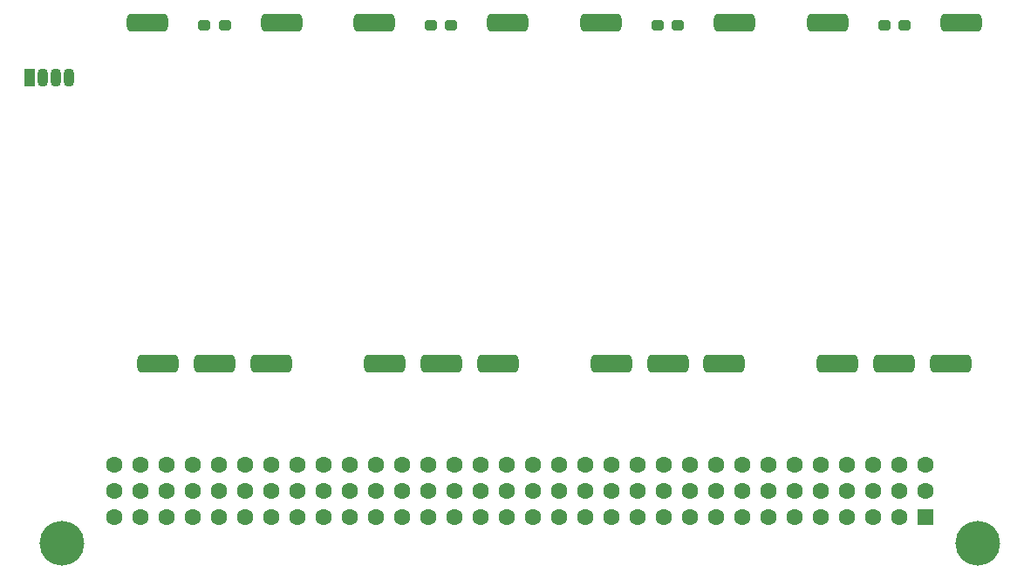
<source format=gbr>
%TF.GenerationSoftware,KiCad,Pcbnew,7.0.7*%
%TF.CreationDate,2024-06-20T17:34:36-04:00*%
%TF.ProjectId,Thruster_Control_Card,54687275-7374-4657-925f-436f6e74726f,rev?*%
%TF.SameCoordinates,Original*%
%TF.FileFunction,Soldermask,Bot*%
%TF.FilePolarity,Negative*%
%FSLAX46Y46*%
G04 Gerber Fmt 4.6, Leading zero omitted, Abs format (unit mm)*
G04 Created by KiCad (PCBNEW 7.0.7) date 2024-06-20 17:34:36*
%MOMM*%
%LPD*%
G01*
G04 APERTURE LIST*
G04 Aperture macros list*
%AMRoundRect*
0 Rectangle with rounded corners*
0 $1 Rounding radius*
0 $2 $3 $4 $5 $6 $7 $8 $9 X,Y pos of 4 corners*
0 Add a 4 corners polygon primitive as box body*
4,1,4,$2,$3,$4,$5,$6,$7,$8,$9,$2,$3,0*
0 Add four circle primitives for the rounded corners*
1,1,$1+$1,$2,$3*
1,1,$1+$1,$4,$5*
1,1,$1+$1,$6,$7*
1,1,$1+$1,$8,$9*
0 Add four rect primitives between the rounded corners*
20,1,$1+$1,$2,$3,$4,$5,0*
20,1,$1+$1,$4,$5,$6,$7,0*
20,1,$1+$1,$6,$7,$8,$9,0*
20,1,$1+$1,$8,$9,$2,$3,0*%
G04 Aperture macros list end*
%ADD10R,1.605000X1.605000*%
%ADD11C,1.605000*%
%ADD12C,4.335000*%
%ADD13R,1.070000X1.800000*%
%ADD14O,1.070000X1.800000*%
%ADD15RoundRect,0.437500X1.562500X0.437500X-1.562500X0.437500X-1.562500X-0.437500X1.562500X-0.437500X0*%
%ADD16RoundRect,0.250000X0.350000X0.250000X-0.350000X0.250000X-0.350000X-0.250000X0.350000X-0.250000X0*%
G04 APERTURE END LIST*
D10*
%TO.C,J1*%
X239522000Y-104902000D03*
D11*
X236982000Y-104902000D03*
X234442000Y-104902000D03*
X231902000Y-104902000D03*
X229362000Y-104902000D03*
X226822000Y-104902000D03*
X224282000Y-104902000D03*
X221742000Y-104902000D03*
X219202000Y-104902000D03*
X216662000Y-104902000D03*
X214122000Y-104902000D03*
X211582000Y-104902000D03*
X209042000Y-104902000D03*
X206502000Y-104902000D03*
X203962000Y-104902000D03*
X201422000Y-104902000D03*
X198882000Y-104902000D03*
X196342000Y-104902000D03*
X193802000Y-104902000D03*
X191262000Y-104902000D03*
X188722000Y-104902000D03*
X186182000Y-104902000D03*
X183642000Y-104902000D03*
X181102000Y-104902000D03*
X178562000Y-104902000D03*
X176022000Y-104902000D03*
X173482000Y-104902000D03*
X170942000Y-104902000D03*
X168402000Y-104902000D03*
X165862000Y-104902000D03*
X163322000Y-104902000D03*
X160782000Y-104902000D03*
X239522000Y-102362000D03*
X236982000Y-102362000D03*
X234442000Y-102362000D03*
X231902000Y-102362000D03*
X229362000Y-102362000D03*
X226822000Y-102362000D03*
X224282000Y-102362000D03*
X221742000Y-102362000D03*
X219202000Y-102362000D03*
X216662000Y-102362000D03*
X214122000Y-102362000D03*
X211582000Y-102362000D03*
X209042000Y-102362000D03*
X206502000Y-102362000D03*
X203962000Y-102362000D03*
X201422000Y-102362000D03*
X198882000Y-102362000D03*
X196342000Y-102362000D03*
X193802000Y-102362000D03*
X191262000Y-102362000D03*
X188722000Y-102362000D03*
X186182000Y-102362000D03*
X183642000Y-102362000D03*
X181102000Y-102362000D03*
X178562000Y-102362000D03*
X176022000Y-102362000D03*
X173482000Y-102362000D03*
X170942000Y-102362000D03*
X168402000Y-102362000D03*
X165862000Y-102362000D03*
X163322000Y-102362000D03*
X160782000Y-102362000D03*
X239522000Y-99822000D03*
X236982000Y-99822000D03*
X234442000Y-99822000D03*
X231902000Y-99822000D03*
X229362000Y-99822000D03*
X226822000Y-99822000D03*
X224282000Y-99822000D03*
X221742000Y-99822000D03*
X219202000Y-99822000D03*
X216662000Y-99822000D03*
X214122000Y-99822000D03*
X211582000Y-99822000D03*
X209042000Y-99822000D03*
X206502000Y-99822000D03*
X203962000Y-99822000D03*
X201422000Y-99822000D03*
X198882000Y-99822000D03*
X196342000Y-99822000D03*
X193802000Y-99822000D03*
X191262000Y-99822000D03*
X188722000Y-99822000D03*
X186182000Y-99822000D03*
X183642000Y-99822000D03*
X181102000Y-99822000D03*
X178562000Y-99822000D03*
X176022000Y-99822000D03*
X173482000Y-99822000D03*
X170942000Y-99822000D03*
X168402000Y-99822000D03*
X165862000Y-99822000D03*
X163322000Y-99822000D03*
X160782000Y-99822000D03*
D12*
X244602000Y-107442000D03*
X155702000Y-107442000D03*
%TD*%
D13*
%TO.C,D1*%
X152590000Y-62300000D03*
D14*
X153860000Y-62300000D03*
X155130000Y-62300000D03*
X156400000Y-62300000D03*
%TD*%
D15*
%TO.C,U2*%
X199000000Y-56900000D03*
X186000000Y-56900000D03*
X198000000Y-90000000D03*
X192500000Y-90000000D03*
X187000000Y-90000000D03*
D16*
X193500000Y-57150000D03*
X191500000Y-57150000D03*
%TD*%
D15*
%TO.C,U1*%
X177000000Y-56900000D03*
X164000000Y-56900000D03*
X176000000Y-90000000D03*
X170500000Y-90000000D03*
X165000000Y-90000000D03*
D16*
X171500000Y-57150000D03*
X169500000Y-57150000D03*
%TD*%
D15*
%TO.C,U4*%
X243000000Y-56900000D03*
X230000000Y-56900000D03*
X242000000Y-90000000D03*
X236500000Y-90000000D03*
X231000000Y-90000000D03*
D16*
X237500000Y-57150000D03*
X235500000Y-57150000D03*
%TD*%
D15*
%TO.C,U3*%
X221000000Y-56900000D03*
X208000000Y-56900000D03*
X220000000Y-90000000D03*
X214500000Y-90000000D03*
X209000000Y-90000000D03*
D16*
X215500000Y-57150000D03*
X213500000Y-57150000D03*
%TD*%
M02*

</source>
